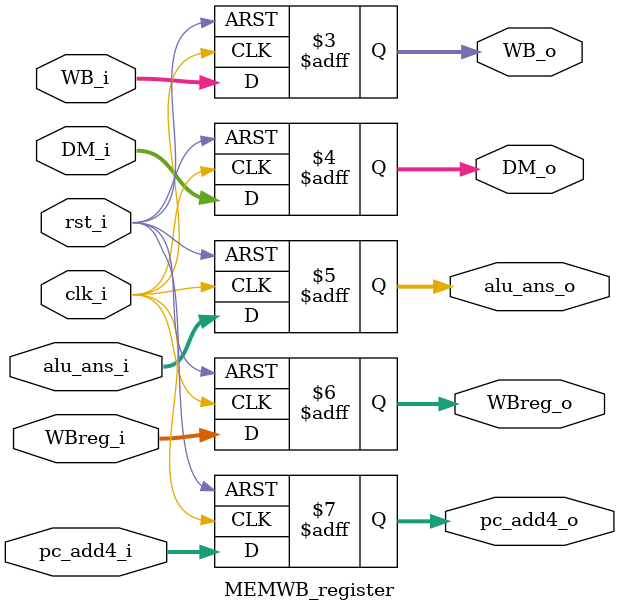
<source format=v>
`timescale 1ns/1ps
module MEMWB_register (
    input clk_i,
    input rst_i,
    input [3:0] WB_i,           //4 bit，MemToReg(拆成兩個WriteBack) 和 RegWite 和 jump
    input [31:0] DM_i,          //data memory 來的東西
    input [31:0] alu_ans_i,     //???????????????
    input [4:0] WBreg_i,        //rd    
    input [31:0] pc_add4_i,

    output reg [3:0] WB_o,
    output reg [31:0] DM_o,
    output reg [31:0] alu_ans_o,
    output reg [4:0] WBreg_o,
    output reg [31:0] pc_add4_o
);
/* Write your code HERE */
always @(posedge clk_i or negedge rst_i)begin
    if (~rst_i)begin //全部設定成0
        WB_o = 4'b0;
        DM_o = 32'b0;
        alu_ans_o = 32'b0;
        WBreg_o = 5'b0;
        pc_add4_o = 32'b0;
    end
    else begin
        WB_o = WB_i;
        DM_o = DM_i;
        alu_ans_o = alu_ans_i;
        WBreg_o = WBreg_i;
        pc_add4_o = pc_add4_i;
    end
    

end
endmodule

</source>
